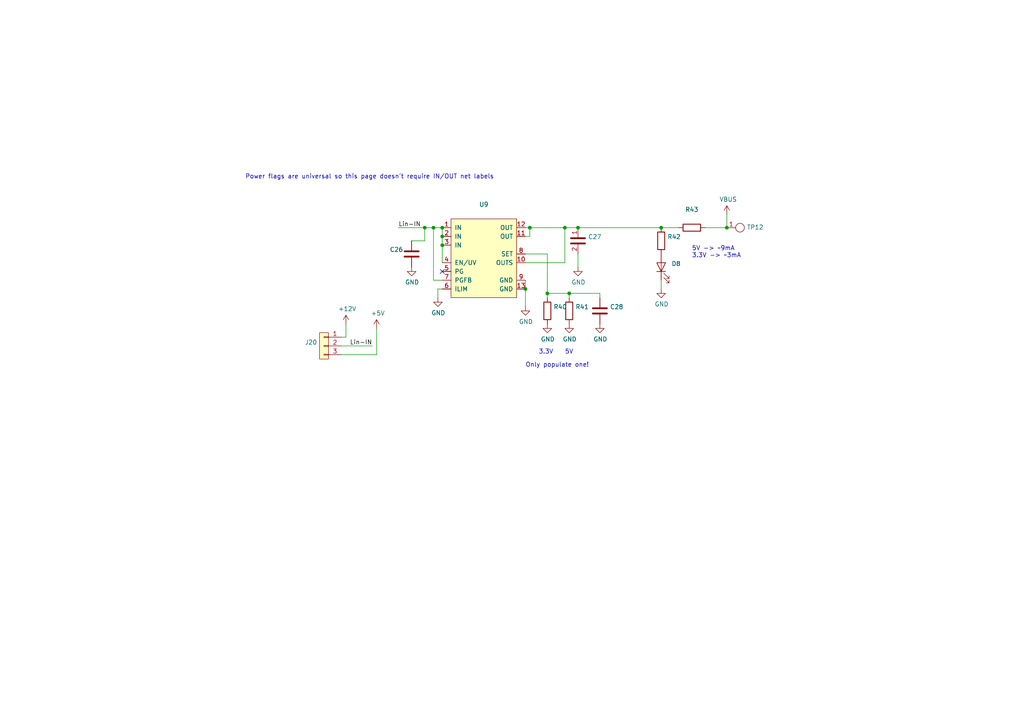
<source format=kicad_sch>
(kicad_sch (version 20211123) (generator eeschema)
  (paper "A4")
  (title_block (title "Hardware In The Loop: Primary Board") (rev "0A") (company "Olin Electric Motorsports") (comment 1 "Corey Cochran-Lepiz"))
  (lib_symbols
    (symbol "formula:CONN_01X03" (pin_names (offset 0.0254) hide)
      (property "Reference" "J" (at 0 5.08 0))
      (property "Value" "CONN_01X03" (at 0 -5.08 0))
      (symbol "CONN_01X03_0_1"
        (rectangle (start -2.54 -2.413) (end -1.27 -2.667))
        (rectangle (start -2.54 0.127) (end -1.27 -0.127))
        (rectangle (start -2.54 2.667) (end -1.27 2.413))
        (rectangle (start -2.54 3.81) (end 0 -3.81) (fill (type background)))
      )
      (symbol "CONN_01X03_1_1"
        (pin passive line (at -6.35 2.54 0) (length 3.81) (name "P1") (number "1"))
        (pin passive line (at -6.35 0 0) (length 3.81) (name "P2") (number "2"))
        (pin passive line (at -6.35 -2.54 0) (length 3.81) (name "P3") (number "3"))
      )
    )
    (symbol "formula:C_1000nF" (pin_numbers hide) (pin_names (offset 0.254))
      (property "Reference" "C" (at 0.635 2.54 0))
      (property "Value" "C_1000nF" (at 0.635 -2.54 0))
      (symbol "C_1000nF_0_1"
        (polyline (pts (xy -2.032 -0.762) (xy 2.032 -0.762)) (stroke (width 0.508)))
        (polyline (pts (xy -2.032 0.762) (xy 2.032 0.762)) (stroke (width 0.508)))
      )
      (symbol "C_1000nF_1_1"
        (pin passive line (at 0 3.81 270) (length 2.794) (name "~") (number "1"))
        (pin passive line (at 0 -3.81 90) (length 2.794) (name "~") (number "2"))
      )
    )
    (symbol "formula:C_10uF_25V" (pin_names (offset 1.016))
      (property "Reference" "C" (at -5.08 -1.27 0))
      (property "Value" "C_10uF_25V" (at -15.24 1.27 0))
      (property "MPN" "1276-2891-1-ND" (at 0 0 0))
      (property "MFN" "DK" (at 0 0 0))
      (symbol "C_10uF_25V_1_1"
        (polyline (pts (xy -2.032 -0.762) (xy 2.032 -0.762)) (stroke (width 0.508)))
        (polyline (pts (xy -2.032 0.762) (xy 2.032 0.762)) (stroke (width 0.508)))
        (pin passive line (at 0 3.81 270) (length 2.794) (name "~") (number "1"))
        (pin passive line (at 0 -3.81 90) (length 2.794) (name "~") (number "2"))
      )
    )
    (symbol "formula:C_4.7uF_25V" (pin_numbers hide) (pin_names (offset 0.254))
      (property "Reference" "C" (at 0.635 3.81 0))
      (property "Value" "C_4.7uF_25V" (at 0.635 -1.27 0))
      (symbol "C_4.7uF_25V_0_1"
        (polyline (pts (xy -2.032 0.508) (xy 2.032 0.508)) (stroke (width 0.508)))
        (polyline (pts (xy -2.032 2.032) (xy 2.032 2.032)) (stroke (width 0.508)))
      )
      (symbol "C_4.7uF_25V_1_1"
        (pin passive line (at 0 5.08 270) (length 2.794) (name "~") (number "1"))
        (pin passive line (at 0 -2.54 90) (length 2.794) (name "~") (number "2"))
      )
    )
    (symbol "formula:LED_0805" (pin_numbers hide) (pin_names (offset 1.016) hide)
      (property "Reference" "D" (at 0 -2.54 0))
      (property "Value" "LED_0805" (at 0 2.54 0))
      (symbol "LED_0805_0_1"
        (polyline (pts (xy -1.27 -1.27) (xy -1.27 1.27)) (stroke (width 0.2032)))
        (polyline (pts (xy -1.27 0) (xy 1.27 0)))
        (polyline (pts (xy 1.27 -1.27) (xy 1.27 1.27) (xy -1.27 0) (xy 1.27 -1.27)) (stroke (width 0.2032)))
        (polyline (pts (xy -3.048 -0.762) (xy -4.572 -2.286) (xy -3.81 -2.286) (xy -4.572 -2.286) (xy -4.572 -1.524)))
        (polyline (pts (xy -1.778 -0.762) (xy -3.302 -2.286) (xy -2.54 -2.286) (xy -3.302 -2.286) (xy -3.302 -1.524)))
      )
      (symbol "LED_0805_1_1"
        (pin passive line (at -3.81 0 0) (length 2.54) (name "K") (number "1"))
        (pin passive line (at 3.81 0 180) (length 2.54) (name "A") (number "2"))
      )
    )
    (symbol "formula:LT3045" (pin_names (offset 1.016))
      (property "Reference" "U" (at 11.43 24.13 0))
      (property "Value" "LT3045" (at 22.86 24.13 0))
      (symbol "LT3045_0_0"
        (pin power_in line (at 8.89 20.32 0) (length 2.54) (name "IN") (number "1"))
        (pin input line (at 33.02 10.16 180) (length 2.54) (name "OUTS") (number "10"))
        (pin power_out line (at 33.02 17.78 180) (length 2.54) (name "OUT") (number "11"))
        (pin power_out line (at 33.02 20.32 180) (length 2.54) (name "OUT") (number "12"))
        (pin power_in line (at 33.02 2.54 180) (length 2.54) (name "GND") (number "13"))
        (pin power_in line (at 8.89 17.78 0) (length 2.54) (name "IN") (number "2"))
        (pin power_in line (at 8.89 15.24 0) (length 2.54) (name "IN") (number "3"))
        (pin input line (at 8.89 10.16 0) (length 2.54) (name "EN/UV") (number "4"))
        (pin passive line (at 8.89 7.62 0) (length 2.54) (name "PG") (number "5"))
        (pin passive line (at 8.89 2.54 0) (length 2.54) (name "ILIM") (number "6"))
        (pin passive line (at 8.89 5.08 0) (length 2.54) (name "PGFB") (number "7"))
        (pin input line (at 33.02 12.7 180) (length 2.54) (name "SET") (number "8"))
        (pin power_in line (at 33.02 5.08 180) (length 2.54) (name "GND") (number "9"))
      )
      (symbol "LT3045_0_1"
        (rectangle (start 11.43 22.86) (end 30.48 0) (fill (type background)))
      )
    )
    (symbol "formula:R_0_2512" (pin_numbers hide) (pin_names (offset 0))
      (property "Reference" "R" (at 2.032 0 90))
      (property "Value" "R_0_2512" (at -2.54 0 90))
      (symbol "R_0_2512_0_1"
        (rectangle (start -1.016 -2.54) (end 1.016 2.54) (stroke (width 0.254)))
      )
      (symbol "R_0_2512_1_1"
        (pin passive line (at 0 3.81 270) (length 1.27) (name "~") (number "1"))
        (pin passive line (at 0 -3.81 90) (length 1.27) (name "~") (number "2"))
      )
    )
    (symbol "formula:R_33.2k" (pin_numbers hide) (pin_names (offset 0))
      (property "Reference" "R" (at 2.032 0 90))
      (property "Value" "R_33.2k" (at -2.54 0 90))
      (symbol "R_33.2k_0_1"
        (rectangle (start -1.016 -2.54) (end 1.016 2.54) (stroke (width 0.254)))
      )
      (symbol "R_33.2k_1_1"
        (pin passive line (at 0 3.81 270) (length 1.27) (name "~") (number "1"))
        (pin passive line (at 0 -3.81 90) (length 1.27) (name "~") (number "2"))
      )
    )
    (symbol "formula:R_330" (pin_numbers hide) (pin_names (offset 0))
      (property "Reference" "R" (at 2.032 0 90))
      (property "Value" "R_330" (at -2.54 0 90))
      (symbol "R_330_0_1"
        (rectangle (start -1.016 -2.54) (end 1.016 2.54) (stroke (width 0.254)))
      )
      (symbol "R_330_1_1"
        (pin passive line (at 0 3.81 270) (length 1.27) (name "~") (number "1"))
        (pin passive line (at 0 -3.81 90) (length 1.27) (name "~") (number "2"))
      )
    )
    (symbol "formula:R_49.90k" (pin_numbers hide) (pin_names (offset 0))
      (property "Reference" "R" (at 2.032 0 90))
      (property "Value" "R_49.90k" (at -2.54 0 90))
      (symbol "R_49.90k_0_1"
        (rectangle (start -1.016 -2.54) (end 1.016 2.54) (stroke (width 0.254)))
      )
      (symbol "R_49.90k_1_1"
        (pin passive line (at 0 3.81 270) (length 1.27) (name "~") (number "1"))
        (pin passive line (at 0 -3.81 90) (length 1.27) (name "~") (number "2"))
      )
    )
    (symbol "formula:Test_Point_SMD" (pin_names (offset 1.016))
      (property "Reference" "TP" (at 0 7.62 0))
      (property "Value" "Test_Point_SMD" (at 1.27 5.08 0))
      (symbol "Test_Point_SMD_1_1"
        (circle (center 0 2.54) (radius 1.27))
        (pin input line (at 0 -1.27 90) (length 2.54) (name "~") (number "1"))
      )
    )
    (symbol "power:+12V" (power) (pin_names (offset 0))
      (property "Value" "+12V" (at 0 3.556 0))
      (symbol "+12V_0_1"
        (polyline (pts (xy -0.762 1.27) (xy 0 2.54)))
        (polyline (pts (xy 0 0) (xy 0 2.54)))
        (polyline (pts (xy 0 2.54) (xy 0.762 1.27)))
      )
      (symbol "+12V_1_1"
        (pin power_in line (at 0 0 90) (length 0) hide (name "+12V") (number "1"))
      )
    )
    (symbol "power:+5V" (power) (pin_names (offset 0))
      (property "Value" "+5V" (at 0 3.556 0))
      (symbol "+5V_0_1"
        (polyline (pts (xy -0.762 1.27) (xy 0 2.54)))
        (polyline (pts (xy 0 0) (xy 0 2.54)))
        (polyline (pts (xy 0 2.54) (xy 0.762 1.27)))
      )
      (symbol "+5V_1_1"
        (pin power_in line (at 0 0 90) (length 0) hide (name "+5V") (number "1"))
      )
    )
    (symbol "power:GND" (power) (pin_names (offset 0))
      (property "Value" "GND" (at 0 -3.81 0))
      (symbol "GND_0_1"
        (polyline (pts (xy 0 0) (xy 0 -1.27) (xy 1.27 -1.27) (xy 0 -2.54) (xy -1.27 -1.27) (xy 0 -1.27)))
      )
      (symbol "GND_1_1"
        (pin power_in line (at 0 0 270) (length 0) hide (name "GND") (number "1"))
      )
    )
    (symbol "power:VBUS" (power) (pin_names (offset 0))
      (property "Value" "VBUS" (at 0 3.81 0))
      (symbol "VBUS_0_1"
        (polyline (pts (xy -0.762 1.27) (xy 0 2.54)))
        (polyline (pts (xy 0 0) (xy 0 2.54)))
        (polyline (pts (xy 0 2.54) (xy 0.762 1.27)))
      )
      (symbol "VBUS_1_1"
        (pin power_in line (at 0 0 90) (length 0) hide (name "VBUS") (number "1"))
      )
    )
  )
  (junction (at 128.27 71.12))
  (junction (at 163.83 66.04))
  (junction (at 128.27 68.58))
  (junction (at 153.67 66.04))
  (junction (at 125.73 66.04))
  (junction (at 165.1 85.09))
  (junction (at 210.82 66.04))
  (junction (at 191.77 66.04))
  (junction (at 167.64 66.04))
  (junction (at 128.27 66.04))
  (junction (at 158.75 85.09))
  (junction (at 123.19 66.04))
  (junction (at 152.4 83.82))
  (no_connect (at 128.27 78.74))
  (wire (pts (xy 125.73 66.04) (xy 128.27 66.04)))
  (wire (pts (xy 173.99 85.09) (xy 165.1 85.09)))
  (wire (pts (xy 123.19 66.04) (xy 125.73 66.04)))
  (wire (pts (xy 152.4 88.9) (xy 152.4 83.82)))
  (wire (pts (xy 99.06 102.87) (xy 109.22 102.87)))
  (wire (pts (xy 119.38 69.85) (xy 123.19 69.85)))
  (wire (pts (xy 109.22 102.87) (xy 109.22 95.25)))
  (wire (pts (xy 153.67 68.58) (xy 153.67 66.04)))
  (wire (pts (xy 99.06 97.79) (xy 100.33 97.79)))
  (wire (pts (xy 163.83 76.2) (xy 163.83 66.04)))
  (wire (pts (xy 123.19 66.04) (xy 123.19 69.85)))
  (wire (pts (xy 152.4 76.2) (xy 163.83 76.2)))
  (wire (pts (xy 128.27 68.58) (xy 128.27 66.04)))
  (wire (pts (xy 165.1 85.09) (xy 165.1 86.36)))
  (wire (pts (xy 173.99 86.36) (xy 173.99 85.09)))
  (wire (pts (xy 153.67 66.04) (xy 163.83 66.04)))
  (wire (pts (xy 115.57 66.04) (xy 123.19 66.04)))
  (wire (pts (xy 100.33 97.79) (xy 100.33 93.98)))
  (wire (pts (xy 167.64 66.04) (xy 163.83 66.04)))
  (wire (pts (xy 152.4 68.58) (xy 153.67 68.58)))
  (wire (pts (xy 127 83.82) (xy 127 86.36)))
  (wire (pts (xy 167.64 66.04) (xy 191.77 66.04)))
  (wire (pts (xy 128.27 81.28) (xy 125.73 81.28)))
  (wire (pts (xy 191.77 66.04) (xy 196.85 66.04)))
  (wire (pts (xy 153.67 66.04) (xy 152.4 66.04)))
  (wire (pts (xy 128.27 76.2) (xy 128.27 71.12)))
  (wire (pts (xy 158.75 85.09) (xy 158.75 86.36)))
  (wire (pts (xy 128.27 83.82) (xy 127 83.82)))
  (wire (pts (xy 128.27 71.12) (xy 128.27 68.58)))
  (wire (pts (xy 158.75 73.66) (xy 158.75 85.09)))
  (wire (pts (xy 204.47 66.04) (xy 210.82 66.04)))
  (wire (pts (xy 210.82 66.04) (xy 210.82 62.23)))
  (wire (pts (xy 152.4 73.66) (xy 158.75 73.66)))
  (wire (pts (xy 167.64 77.47) (xy 167.64 73.66)))
  (wire (pts (xy 191.77 83.82) (xy 191.77 81.28)))
  (wire (pts (xy 158.75 85.09) (xy 165.1 85.09)))
  (wire (pts (xy 125.73 81.28) (xy 125.73 66.04)))
  (wire (pts (xy 152.4 81.28) (xy 152.4 83.82)))
  (wire (pts (xy 107.95 100.33) (xy 99.06 100.33)))
  (text "3.3V" (at 156.21 102.87 0) (effects (font (size 1.27 1.27)) (justify left bottom)))
  (text "Power flags are universal so this page doesn't require IN/OUT net labels" (at 71.12 52.07 0) (effects (font (size 1.27 1.27)) (justify left bottom)))
  (text "Only populate one!" (at 152.4 106.68 0) (effects (font (size 1.27 1.27)) (justify left bottom)))
  (text "5V -> ~9mA\n3.3V -> ~3mA" (at 200.66 74.93 0) (effects (font (size 1.27 1.27)) (justify left bottom)))
  (text "5V" (at 163.83 102.87 0) (effects (font (size 1.27 1.27)) (justify left bottom)))
  (label "Lin-IN" (at 115.57 66.04 0))
  (label "Lin-IN" (at 107.95 100.33 180))
  (symbol (lib_id "formula:LT3045") (at 119.38 86.36 0) (unit 1)
    (property "Reference" "U9" (at 140.335 59.309 0))
    (property "Datasheet" "https://www.analog.com/media/en/technical-documentation/data-sheets/LT3045.pdf" (effects hide))
    (property "MFN" "Analog" (effects hide))
    (property "MPN" "LT3045EMSE#TRPBF" (effects hide))
    (property "PurchasingLink" "https://www.digikey.com/en/products/detail/analog-devices-inc/LT3045EMSE-TRPBF/6235366" (effects hide))
  )
  (symbol (lib_id "power:+5V") (at 109.22 95.25 0) (unit 1)
    (property "Reference" "#PWR?" (effects hide))
  )
  (symbol (lib_id "power:VBUS") (at 210.82 62.23 0) (unit 1)
    (property "Reference" "#PWR?" (effects hide))
  )
  (symbol (lib_id "formula:C_4.7uF_25V") (at 119.38 74.93 0) (unit 1)
    (property "Reference" "C26" (at 113.03 72.39 0) (effects (justify left)))
    (property "Datasheet" "https://search.murata.co.jp/Ceramy/image/img/A01X/G101/ENG/GRM219R61E475KA73-01.pdf" (effects hide))
    (property "PurchasingLink" "https://www.digikey.com/product-detail/en/tdk-corporation/C2012X7R1H225M125AE/445-172488-1-ND/4990030" (effects hide))
  )
  (symbol (lib_id "power:GND") (at 119.38 77.47 0) (unit 1)
    (property "Reference" "#PWR?" (effects hide))
  )
  (symbol (lib_id "power:GND") (at 127 86.36 0) (unit 1)
    (property "Reference" "#PWR?" (effects hide))
  )
  (symbol (lib_id "formula:C_10uF_25V") (at 167.64 69.85 0) (unit 1)
    (property "Reference" "C27" (at 170.561 68.6816 0) (effects (justify left)))
    (property "Datasheet" "https://search.murata.co.jp/Ceramy/image/img/A01X/G101/ENG/GRM21BR61E106KA73-01.pdf" (effects hide))
    (property "Purchasing Link" "https://www.digikey.com/product-detail/en/murata-electronics/GRM21BR61E106KA73K/490-16824-1-ND/7595732" (effects hide))
  )
  (symbol (lib_id "power:GND") (at 152.4 88.9 0) (unit 1)
    (property "Reference" "#PWR?" (effects hide))
  )
  (symbol (lib_id "power:+12V") (at 100.33 93.98 0) (unit 1)
    (property "Reference" "#PWR?" (effects hide))
  )
  (symbol (lib_id "formula:CONN_01X03") (at 92.71 100.33 0) (mirror y) (unit 1)
    (property "Reference" "J20" (at 91.9988 99.2886 0) (effects (justify left)))
    (property "Datasheet" "https://www.mouser.com/datasheet/2/181/M20-999-1218971.pdf" (effects hide))
    (property "MFN" "Mouser" (effects hide))
    (property "MPN" "855-M20-9990346" (effects hide))
    (property "PurchasingLink" "https://www.mouser.com/ProductDetail/Harwin/M20-9990346?qs=sGAEpiMZZMs%252bGHln7q6pmzlZUuX%2f53qj1ROyRKct5o4%3d" (effects hide))
  )
  (symbol (lib_id "formula:R_49.90k") (at 165.1 90.17 0) (unit 1)
    (property "Reference" "R41" (at 166.878 89.0016 0) (effects (justify left)))
    (property "Datasheet" "https://industrial.panasonic.com/cdbs/www-data/pdf/RDM0000/AOA0000C307.pdf" (effects hide))
    (property "MFN" "Panasonic" (effects hide))
    (property "MPN" "ERA-6AEB4992V" (effects hide))
    (property "PurchasingLink" "https://www.digikey.com/en/products/detail/panasonic-electronic-components/ERA-6AEB4992V/2025816" (effects hide))
  )
  (symbol (lib_id "formula:R_33.2k") (at 158.75 90.17 0) (unit 1)
    (property "Reference" "R40" (at 160.528 89.0016 0) (effects (justify left)))
    (property "Datasheet" "https://www.te.com/commerce/DocumentDelivery/DDEController?Action=srchrtrv&DocNm=1773272&DocType=DS&DocLang=English" (effects hide))
    (property "MFN" "TE" (effects hide))
    (property "MPN" "5-2176093-2" (effects hide))
    (property "PurchasingLink" "https://www.digikey.com/en/products/detail/te-connectivity-passive-product/5-2176093-2/4034157" (effects hide))
  )
  (symbol (lib_id "power:GND") (at 165.1 93.98 0) (unit 1)
    (property "Reference" "#PWR?" (effects hide))
  )
  (symbol (lib_id "power:GND") (at 158.75 93.98 0) (unit 1)
    (property "Reference" "#PWR?" (effects hide))
  )
  (symbol (lib_id "formula:C_1000nF") (at 173.99 90.17 0) (unit 1)
    (property "Reference" "C28" (at 176.911 89.0016 0) (effects (justify left)))
    (property "Datasheet" "http://www.samsungsem.com/kr/support/product-search/mlcc/CL10A475KQ8NNNC.jsp" (effects hide))
    (property "MFN" "DK" (effects hide))
    (property "MPN" "1276-1946-1-ND" (effects hide))
    (property "PurchasingLink" "https://www.digikey.com/product-detail/en/samsung-electro-mechanics/CL10B105KP8NNNC/1276-1946-1-ND/3890032" (effects hide))
  )
  (symbol (lib_id "power:GND") (at 167.64 77.47 0) (unit 1)
    (property "Reference" "#PWR?" (effects hide))
  )
  (symbol (lib_id "power:GND") (at 173.99 93.98 0) (unit 1)
    (property "Reference" "#PWR?" (effects hide))
  )
  (symbol (lib_id "formula:R_0_2512") (at 200.66 66.04 270) (unit 1)
    (property "Reference" "R43" (at 200.66 60.7822 90))
    (property "Datasheet" "http://www.te.com/commerce/DocumentDelivery/DDEController?Action=srchrtrv&DocNm=9-1773463-7&DocType=DS&DocLang=English" (effects hide))
    (property "MFN" "DK" (effects hide))
    (property "MPN" "A121322CT-ND" (effects hide))
    (property "PurchasingLink" "https://www.digikey.com/products/en?keywords=A121322CT-ND" (effects hide))
  )
  (symbol (lib_id "formula:LED_0805") (at 191.77 77.47 90) (unit 1)
    (property "Reference" "D8" (at 194.7418 76.4794 90) (effects (justify right)))
    (property "Datasheet" "http://www.osram-os.com/Graphics/XPic9/00078860_0.pdf" (effects hide))
    (property "MFN" "DK" (effects hide))
    (property "MPN" "475-1410-1-ND" (effects hide))
    (property "PurchasingLink" "https://www.digikey.com/products/en?keywords=475-1410-1-ND" (effects hide))
  )
  (symbol (lib_id "formula:R_330") (at 191.77 69.85 0) (unit 1)
    (property "Reference" "R42" (at 193.548 68.6816 0) (effects (justify left)))
    (property "Datasheet" "https://www.seielect.com/Catalog/SEI-RMCF_RMCP.pdf" (effects hide))
    (property "MFN" "DK" (effects hide))
    (property "MPN" "RMCF0805FT330RCT-ND" (effects hide))
    (property "PurchasingLink" "https://www.digikey.com/product-detail/en/stackpole-electronics-inc/RMCF0805FT330R/RMCF0805FT330RCT-ND/1942351" (effects hide))
  )
  (symbol (lib_id "power:GND") (at 191.77 83.82 0) (unit 1)
    (property "Reference" "#PWR?" (effects hide))
  )
  (symbol (lib_id "formula:Test_Point_SMD") (at 212.09 66.04 270) (unit 1)
    (property "Reference" "TP12" (at 216.6112 65.913 90) (effects (justify left)))
  )
)
</source>
